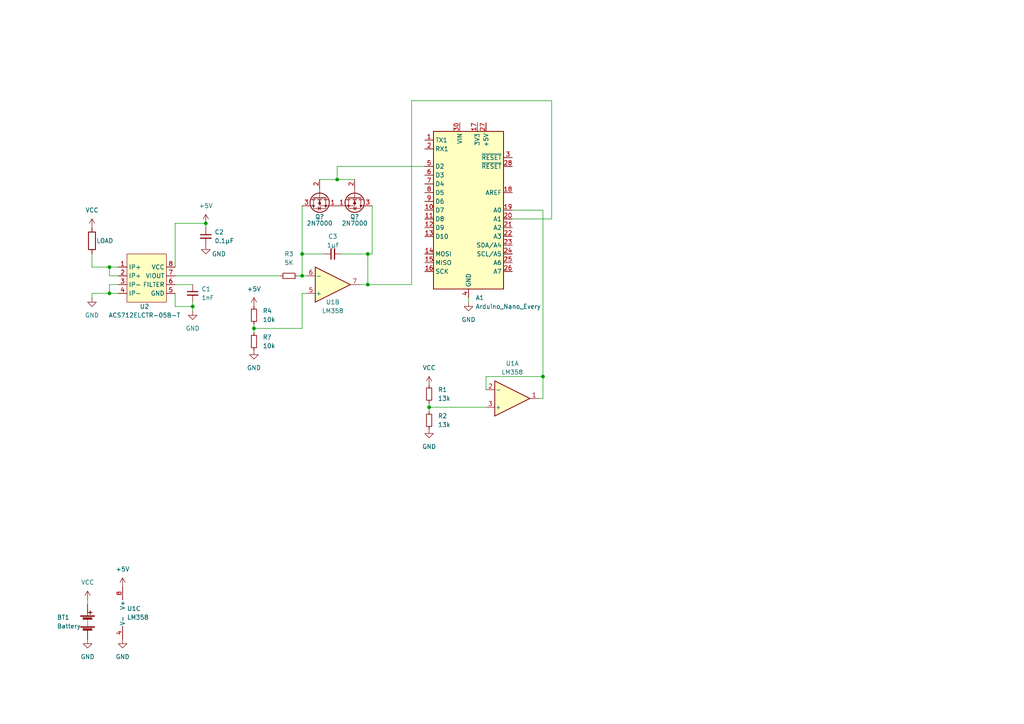
<source format=kicad_sch>
(kicad_sch (version 20211123) (generator eeschema)
  (paper "A4")
  (lib_symbols
    (symbol "Amplifier_Operational:LM358" (pin_names (offset 0.127))
      (property "Reference" "U" (at 0 5.08 0))
      (property "Value" "LM358" (at 0 -5.08 0))
      (symbol "LM358_1_1"
        (polyline (pts (xy -5.08 5.08) (xy 5.08 0) (xy -5.08 -5.08) (xy -5.08 5.08)) (stroke (width 0.254)) (fill (type background)))
        (pin output line (at 7.62 0 180) (length 2.54) (name "~") (number "1"))
        (pin input line (at -7.62 -2.54 0) (length 2.54) (name "-") (number "2"))
        (pin input line (at -7.62 2.54 0) (length 2.54) (name "+") (number "3"))
      )
      (symbol "LM358_2_1"
        (polyline (pts (xy -5.08 5.08) (xy 5.08 0) (xy -5.08 -5.08) (xy -5.08 5.08)) (stroke (width 0.254)) (fill (type background)))
        (pin input line (at -7.62 2.54 0) (length 2.54) (name "+") (number "5"))
        (pin input line (at -7.62 -2.54 0) (length 2.54) (name "-") (number "6"))
        (pin output line (at 7.62 0 180) (length 2.54) (name "~") (number "7"))
      )
      (symbol "LM358_3_1"
        (pin power_in line (at -2.54 -7.62 90) (length 3.81) (name "V-") (number "4"))
        (pin power_in line (at -2.54 7.62 270) (length 3.81) (name "V+") (number "8"))
      )
    )
    (symbol "Device:Battery" (pin_numbers hide) (pin_names (offset 0) hide)
      (property "Reference" "BT" (at 2.54 2.54 0))
      (property "Value" "Battery" (at 2.54 0 0))
      (symbol "Battery_0_1"
        (rectangle (start -2.032 -1.397) (end 2.032 -1.651) (fill (type outline)))
        (rectangle (start -2.032 1.778) (end 2.032 1.524) (fill (type outline)))
        (rectangle (start -1.3208 -1.9812) (end 1.27 -2.4892) (fill (type outline)))
        (rectangle (start -1.3208 1.1938) (end 1.27 0.6858) (fill (type outline)))
        (polyline (pts (xy 0 -1.524) (xy 0 -1.27)))
        (polyline (pts (xy 0 -1.016) (xy 0 -0.762)))
        (polyline (pts (xy 0 -0.508) (xy 0 -0.254)))
        (polyline (pts (xy 0 0) (xy 0 0.254)))
        (polyline (pts (xy 0 0.508) (xy 0 0.762)))
        (polyline (pts (xy 0 1.778) (xy 0 2.54)))
        (polyline (pts (xy 0.254 2.667) (xy 1.27 2.667)) (stroke (width 0.254)))
        (polyline (pts (xy 0.762 3.175) (xy 0.762 2.159)) (stroke (width 0.254)))
      )
      (symbol "Battery_1_1"
        (pin passive line (at 0 5.08 270) (length 2.54) (name "+") (number "1"))
        (pin passive line (at 0 -5.08 90) (length 2.54) (name "-") (number "2"))
      )
    )
    (symbol "Device:C_Small" (pin_numbers hide) (pin_names (offset 0.254) hide)
      (property "Reference" "C" (at 0.254 1.778 0))
      (property "Value" "C_Small" (at 0.254 -2.032 0))
      (symbol "C_Small_0_1"
        (polyline (pts (xy -1.524 -0.508) (xy 1.524 -0.508)) (stroke (width 0.3302)))
        (polyline (pts (xy -1.524 0.508) (xy 1.524 0.508)) (stroke (width 0.3048)))
      )
      (symbol "C_Small_1_1"
        (pin passive line (at 0 2.54 270) (length 2.032) (name "~") (number "1"))
        (pin passive line (at 0 -2.54 90) (length 2.032) (name "~") (number "2"))
      )
    )
    (symbol "Device:R" (pin_numbers hide) (pin_names (offset 0))
      (property "Reference" "R" (at 2.032 0 90))
      (property "Value" "R" (at 0 0 90))
      (symbol "R_0_1"
        (rectangle (start -1.016 -2.54) (end 1.016 2.54) (stroke (width 0.254)))
      )
      (symbol "R_1_1"
        (pin passive line (at 0 3.81 270) (length 1.27) (name "~") (number "1"))
        (pin passive line (at 0 -3.81 90) (length 1.27) (name "~") (number "2"))
      )
    )
    (symbol "Device:R_Small" (pin_numbers hide) (pin_names (offset 0.254) hide)
      (property "Reference" "R" (at 0.762 0.508 0))
      (property "Value" "R_Small" (at 0.762 -1.016 0))
      (symbol "R_Small_0_1"
        (rectangle (start -0.762 1.778) (end 0.762 -1.778) (stroke (width 0.2032)))
      )
      (symbol "R_Small_1_1"
        (pin passive line (at 0 2.54 270) (length 0.762) (name "~") (number "1"))
        (pin passive line (at 0 -2.54 90) (length 0.762) (name "~") (number "2"))
      )
    )
    (symbol "MCU_Module:Arduino_Nano_Every"
      (property "Reference" "A" (at -10.16 23.495 0))
      (property "Value" "Arduino_Nano_Every" (at 5.08 -24.13 0))
      (symbol "Arduino_Nano_Every_0_1"
        (rectangle (start -10.16 22.86) (end 10.16 -22.86) (stroke (width 0.254)) (fill (type background)))
      )
      (symbol "Arduino_Nano_Every_1_1"
        (pin bidirectional line (at -12.7 20.32 0) (length 2.54) (name "TX1") (number "1"))
        (pin bidirectional line (at -12.7 0 0) (length 2.54) (name "D7") (number "10"))
        (pin bidirectional line (at -12.7 -2.54 0) (length 2.54) (name "D8") (number "11"))
        (pin bidirectional line (at -12.7 -5.08 0) (length 2.54) (name "D9") (number "12"))
        (pin bidirectional line (at -12.7 -7.62 0) (length 2.54) (name "D10") (number "13"))
        (pin bidirectional line (at -12.7 -12.7 0) (length 2.54) (name "MOSI") (number "14"))
        (pin bidirectional line (at -12.7 -15.24 0) (length 2.54) (name "MISO") (number "15"))
        (pin bidirectional line (at -12.7 -17.78 0) (length 2.54) (name "SCK") (number "16"))
        (pin power_out line (at 2.54 25.4 270) (length 2.54) (name "3V3") (number "17"))
        (pin input line (at 12.7 5.08 180) (length 2.54) (name "AREF") (number "18"))
        (pin bidirectional line (at 12.7 0 180) (length 2.54) (name "A0") (number "19"))
        (pin bidirectional line (at -12.7 17.78 0) (length 2.54) (name "RX1") (number "2"))
        (pin bidirectional line (at 12.7 -2.54 180) (length 2.54) (name "A1") (number "20"))
        (pin bidirectional line (at 12.7 -5.08 180) (length 2.54) (name "A2") (number "21"))
        (pin bidirectional line (at 12.7 -7.62 180) (length 2.54) (name "A3") (number "22"))
        (pin bidirectional line (at 12.7 -10.16 180) (length 2.54) (name "SDA/A4") (number "23"))
        (pin bidirectional line (at 12.7 -12.7 180) (length 2.54) (name "SCL/A5") (number "24"))
        (pin bidirectional line (at 12.7 -15.24 180) (length 2.54) (name "A6") (number "25"))
        (pin bidirectional line (at 12.7 -17.78 180) (length 2.54) (name "A7") (number "26"))
        (pin power_out line (at 5.08 25.4 270) (length 2.54) (name "+5V") (number "27"))
        (pin input line (at 12.7 12.7 180) (length 2.54) (name "~{RESET}") (number "28"))
        (pin passive line (at 0 -25.4 90) (length 2.54) hide (name "GND") (number "29"))
        (pin input line (at 12.7 15.24 180) (length 2.54) (name "~{RESET}") (number "3"))
        (pin power_in line (at -2.54 25.4 270) (length 2.54) (name "VIN") (number "30"))
        (pin power_in line (at 0 -25.4 90) (length 2.54) (name "GND") (number "4"))
        (pin bidirectional line (at -12.7 12.7 0) (length 2.54) (name "D2") (number "5"))
        (pin bidirectional line (at -12.7 10.16 0) (length 2.54) (name "D3") (number "6"))
        (pin bidirectional line (at -12.7 7.62 0) (length 2.54) (name "D4") (number "7"))
        (pin bidirectional line (at -12.7 5.08 0) (length 2.54) (name "D5") (number "8"))
        (pin bidirectional line (at -12.7 2.54 0) (length 2.54) (name "D6") (number "9"))
      )
    )
    (symbol "Transistor_FET:2N7000" (pin_names hide)
      (property "Reference" "Q" (at 5.08 1.905 0))
      (property "Value" "2N7000" (at 5.08 0 0))
      (symbol "2N7000_0_1"
        (polyline (pts (xy 0.254 0) (xy -2.54 0)))
        (polyline (pts (xy 0.254 1.905) (xy 0.254 -1.905)) (stroke (width 0.254)))
        (polyline (pts (xy 0.762 -1.27) (xy 0.762 -2.286)) (stroke (width 0.254)))
        (polyline (pts (xy 0.762 0.508) (xy 0.762 -0.508)) (stroke (width 0.254)))
        (polyline (pts (xy 0.762 2.286) (xy 0.762 1.27)) (stroke (width 0.254)))
        (polyline (pts (xy 2.54 2.54) (xy 2.54 1.778)))
        (polyline (pts (xy 2.54 -2.54) (xy 2.54 0) (xy 0.762 0)))
        (polyline (pts (xy 0.762 -1.778) (xy 3.302 -1.778) (xy 3.302 1.778) (xy 0.762 1.778)))
        (polyline (pts (xy 1.016 0) (xy 2.032 0.381) (xy 2.032 -0.381) (xy 1.016 0)) (fill (type outline)))
        (polyline (pts (xy 2.794 0.508) (xy 2.921 0.381) (xy 3.683 0.381) (xy 3.81 0.254)))
        (polyline (pts (xy 3.302 0.381) (xy 2.921 -0.254) (xy 3.683 -0.254) (xy 3.302 0.381)))
        (circle (center 1.651 0) (radius 2.794) (stroke (width 0.254)))
        (circle (center 2.54 -1.778) (radius 0.254) (fill (type outline)))
        (circle (center 2.54 1.778) (radius 0.254) (fill (type outline)))
      )
      (symbol "2N7000_1_1"
        (pin passive line (at 2.54 -5.08 90) (length 2.54) (name "S") (number "1"))
        (pin input line (at -5.08 0 0) (length 2.54) (name "G") (number "2"))
        (pin passive line (at 2.54 5.08 270) (length 2.54) (name "D") (number "3"))
      )
    )
    (symbol "custom-library:ACS712ELCTR-05B-T"
      (property "Reference" "U" (at 15.24 -13.97 0))
      (property "Value" "ACS712ELCTR-05B-T" (at 2.54 -12.7 0))
      (symbol "ACS712ELCTR-05B-T_0_1"
        (rectangle (start -5.08 7.62) (end 6.35 -6.35) (fill (type background)))
      )
      (symbol "ACS712ELCTR-05B-T_1_1"
        (pin input line (at -7.62 3.81 0) (length 2.54) (name "IP+") (number "1"))
        (pin input line (at -7.62 1.27 0) (length 2.54) (name "IP+") (number "2"))
        (pin input line (at -7.62 -1.27 0) (length 2.54) (name "IP-") (number "3"))
        (pin input line (at -7.62 -3.81 0) (length 2.54) (name "IP-") (number "4"))
        (pin input line (at 8.89 -3.81 180) (length 2.54) (name "GND") (number "5"))
        (pin input line (at 8.89 -1.27 180) (length 2.54) (name "FILTER") (number "6"))
        (pin output line (at 8.89 1.27 180) (length 2.54) (name "VIOUT") (number "7"))
        (pin input line (at 8.89 3.81 180) (length 2.54) (name "VCC") (number "8"))
      )
    )
    (symbol "power:+5V" (power) (pin_names (offset 0))
      (property "Value" "+5V" (at 0 3.556 0))
      (symbol "+5V_0_1"
        (polyline (pts (xy -0.762 1.27) (xy 0 2.54)))
        (polyline (pts (xy 0 0) (xy 0 2.54)))
        (polyline (pts (xy 0 2.54) (xy 0.762 1.27)))
      )
      (symbol "+5V_1_1"
        (pin power_in line (at 0 0 90) (length 0) hide (name "+5V") (number "1"))
      )
    )
    (symbol "power:GND" (power) (pin_names (offset 0))
      (property "Value" "GND" (at 0 -3.81 0))
      (symbol "GND_0_1"
        (polyline (pts (xy 0 0) (xy 0 -1.27) (xy 1.27 -1.27) (xy 0 -2.54) (xy -1.27 -1.27) (xy 0 -1.27)))
      )
      (symbol "GND_1_1"
        (pin power_in line (at 0 0 270) (length 0) hide (name "GND") (number "1"))
      )
    )
    (symbol "power:VCC" (power) (pin_names (offset 0))
      (property "Value" "VCC" (at 0 3.81 0))
      (symbol "VCC_0_1"
        (polyline (pts (xy -0.762 1.27) (xy 0 2.54)))
        (polyline (pts (xy 0 0) (xy 0 2.54)))
        (polyline (pts (xy 0 2.54) (xy 0.762 1.27)))
      )
      (symbol "VCC_1_1"
        (pin power_in line (at 0 0 90) (length 0) hide (name "VCC") (number "1"))
      )
    )
  )
  (junction (at 106.68 73.66))
  (junction (at 106.68 82.55))
  (junction (at 59.69 64.77))
  (junction (at 87.63 73.66))
  (junction (at 31.75 85.09))
  (junction (at 157.48 109.22))
  (junction (at 73.66 95.25))
  (junction (at 31.75 77.47))
  (junction (at 87.63 80.01))
  (junction (at 55.88 88.9))
  (junction (at 97.79 52.07))
  (junction (at 124.46 118.11))
  (wire (pts (xy 124.46 118.11) (xy 140.97 118.11)))
  (wire (pts (xy 26.67 77.47) (xy 31.75 77.47)))
  (wire (pts (xy 50.8 64.77) (xy 59.69 64.77)))
  (wire (pts (xy 140.97 113.03) (xy 140.97 109.22)))
  (wire (pts (xy 99.06 73.66) (xy 106.68 73.66)))
  (wire (pts (xy 135.89 86.36) (xy 135.89 87.63)))
  (wire (pts (xy 31.75 77.47) (xy 34.29 77.47)))
  (wire (pts (xy 160.02 63.5) (xy 160.02 29.21)))
  (wire (pts (xy 59.69 64.77) (xy 59.69 66.04)))
  (wire (pts (xy 86.36 80.01) (xy 87.63 80.01)))
  (wire (pts (xy 55.88 88.9) (xy 55.88 90.17)))
  (wire (pts (xy 107.95 59.69) (xy 107.95 73.66)))
  (wire (pts (xy 25.4 173.99) (xy 25.4 175.26)))
  (wire (pts (xy 106.68 82.55) (xy 119.38 82.55)))
  (wire (pts (xy 157.48 109.22) (xy 157.48 115.57)))
  (wire (pts (xy 55.88 87.63) (xy 55.88 88.9)))
  (wire (pts (xy 34.29 82.55) (xy 31.75 82.55)))
  (wire (pts (xy 124.46 118.11) (xy 124.46 119.38)))
  (wire (pts (xy 107.95 73.66) (xy 106.68 73.66)))
  (wire (pts (xy 50.8 80.01) (xy 81.28 80.01)))
  (wire (pts (xy 140.97 109.22) (xy 157.48 109.22)))
  (wire (pts (xy 119.38 29.21) (xy 119.38 82.55)))
  (wire (pts (xy 50.8 82.55) (xy 55.88 82.55)))
  (wire (pts (xy 92.71 52.07) (xy 97.79 52.07)))
  (wire (pts (xy 124.46 116.84) (xy 124.46 118.11)))
  (wire (pts (xy 97.79 52.07) (xy 102.87 52.07)))
  (wire (pts (xy 31.75 85.09) (xy 26.67 85.09)))
  (wire (pts (xy 50.8 64.77) (xy 50.8 77.47)))
  (wire (pts (xy 104.14 82.55) (xy 106.68 82.55)))
  (wire (pts (xy 87.63 73.66) (xy 93.98 73.66)))
  (wire (pts (xy 157.48 115.57) (xy 156.21 115.57)))
  (wire (pts (xy 157.48 60.96) (xy 157.48 109.22)))
  (wire (pts (xy 148.59 63.5) (xy 160.02 63.5)))
  (wire (pts (xy 31.75 77.47) (xy 31.75 80.01)))
  (wire (pts (xy 87.63 85.09) (xy 87.63 95.25)))
  (wire (pts (xy 26.67 77.47) (xy 26.67 73.66)))
  (wire (pts (xy 87.63 80.01) (xy 88.9 80.01)))
  (wire (pts (xy 87.63 73.66) (xy 87.63 80.01)))
  (wire (pts (xy 50.8 85.09) (xy 50.8 88.9)))
  (wire (pts (xy 88.9 85.09) (xy 87.63 85.09)))
  (wire (pts (xy 106.68 73.66) (xy 106.68 82.55)))
  (wire (pts (xy 34.29 80.01) (xy 31.75 80.01)))
  (wire (pts (xy 97.79 48.26) (xy 97.79 52.07)))
  (wire (pts (xy 50.8 88.9) (xy 55.88 88.9)))
  (wire (pts (xy 87.63 59.69) (xy 87.63 73.66)))
  (wire (pts (xy 31.75 82.55) (xy 31.75 85.09)))
  (wire (pts (xy 73.66 95.25) (xy 73.66 93.98)))
  (wire (pts (xy 73.66 96.52) (xy 73.66 95.25)))
  (wire (pts (xy 123.19 48.26) (xy 97.79 48.26)))
  (wire (pts (xy 26.67 85.09) (xy 26.67 86.36)))
  (wire (pts (xy 148.59 60.96) (xy 157.48 60.96)))
  (wire (pts (xy 34.29 85.09) (xy 31.75 85.09)))
  (wire (pts (xy 160.02 29.21) (xy 119.38 29.21)))
  (wire (pts (xy 87.63 95.25) (xy 73.66 95.25)))
  (symbol (lib_id "custom-library:ACS712ELCTR-05B-T") (at 41.91 81.28 0) (unit 1)
    (property "Reference" "U2" (at 41.91 88.9 0))
    (property "Value" "ACS712ELCTR-05B-T" (at 41.91 91.44 0))
  )
  (symbol (lib_id "power:GND") (at 25.4 185.42 0) (unit 1)
    (property "Reference" "#PWR?" (effects hide))
    (property "Value" "GND" (at 25.4 190.5 0))
  )
  (symbol (lib_id "Device:C_Small") (at 59.69 68.58 0) (unit 1)
    (property "Reference" "C2" (at 62.23 67.3162 0) (effects (justify left)))
    (property "Value" "0.1µF" (at 62.23 69.8562 0) (effects (justify left)))
  )
  (symbol (lib_id "power:GND") (at 73.66 101.6 0) (unit 1)
    (property "Reference" "#PWR?" (effects hide))
    (property "Value" "GND" (at 73.66 106.68 0))
  )
  (symbol (lib_id "power:+5V") (at 35.56 170.18 0) (unit 1)
    (property "Reference" "#PWR?" (effects hide))
    (property "Value" "+5V" (at 35.56 165.1 0))
  )
  (symbol (lib_id "Device:R_Small") (at 73.66 91.44 0) (unit 1)
    (property "Reference" "R4" (at 76.2 90.1699 0) (effects (justify left)))
    (property "Value" "10k" (at 76.2 92.7099 0) (effects (justify left)))
  )
  (symbol (lib_id "Device:C_Small") (at 55.88 85.09 0) (unit 1)
    (property "Reference" "C1" (at 58.42 83.8262 0) (effects (justify left)))
    (property "Value" "1nF" (at 58.42 86.3662 0) (effects (justify left)))
  )
  (symbol (lib_id "Device:R_Small") (at 124.46 114.3 0) (unit 1)
    (property "Reference" "R1" (at 127 113.0299 0) (effects (justify left)))
    (property "Value" "13k" (at 127 115.5699 0) (effects (justify left)))
  )
  (symbol (lib_id "Amplifier_Operational:LM358") (at 38.1 177.8 0) (unit 3)
    (property "Reference" "U1" (at 36.83 176.5299 0) (effects (justify left)))
    (property "Value" "LM358" (at 36.83 179.0699 0) (effects (justify left)))
    (property "Datasheet" "http://www.ti.com/lit/ds/symlink/lm2904-n.pdf" (effects hide))
  )
  (symbol (lib_id "power:GND") (at 59.69 71.12 0) (unit 1)
    (property "Reference" "#PWR?" (effects hide))
    (property "Value" "GND" (at 63.5 73.66 0))
  )
  (symbol (lib_id "power:GND") (at 124.46 124.46 0) (unit 1)
    (property "Reference" "#PWR?" (effects hide))
    (property "Value" "GND" (at 124.46 129.54 0))
  )
  (symbol (lib_id "power:VCC") (at 25.4 173.99 0) (unit 1)
    (property "Reference" "#PWR?" (effects hide))
    (property "Value" "VCC" (at 25.4 168.91 0))
  )
  (symbol (lib_id "Device:Battery") (at 25.4 180.34 0) (unit 1)
    (property "Reference" "BT1" (at 16.51 179.07 0) (effects (justify left)))
    (property "Value" "Battery" (at 16.51 181.61 0) (effects (justify left)))
  )
  (symbol (lib_id "power:GND") (at 26.67 86.36 0) (unit 1)
    (property "Reference" "#PWR?" (effects hide))
    (property "Value" "GND" (at 26.67 91.44 0))
  )
  (symbol (lib_id "Device:R_Small") (at 124.46 121.92 0) (unit 1)
    (property "Reference" "R2" (at 127 120.6499 0) (effects (justify left)))
    (property "Value" "13k" (at 127 123.1899 0) (effects (justify left)))
  )
  (symbol (lib_id "Transistor_FET:2N7000") (at 92.71 57.15 90) (mirror x) (unit 1)
    (property "Reference" "Q?" (at 92.6965 62.9024 90))
    (property "Value" "2N7000" (at 92.71 64.77 90))
    (property "Footprint" "Package_TO_SOT_THT:TO-92_Inline" (effects hide))
    (property "Datasheet" "https://www.vishay.com/docs/70226/70226.pdf" (effects hide))
  )
  (symbol (lib_id "Amplifier_Operational:LM358") (at 96.52 82.55 0) (mirror x) (unit 2)
    (property "Reference" "U1" (at 96.52 87.63 0))
    (property "Value" "LM358" (at 96.52 90.17 0))
    (property "Datasheet" "http://www.ti.com/lit/ds/symlink/lm2904-n.pdf" (effects hide))
  )
  (symbol (lib_id "power:+5V") (at 59.69 64.77 0) (unit 1)
    (property "Reference" "#PWR?" (effects hide))
    (property "Value" "+5V" (at 59.69 59.69 0))
  )
  (symbol (lib_id "power:GND") (at 135.89 87.63 0) (unit 1)
    (property "Reference" "#PWR?" (effects hide))
    (property "Value" "GND" (at 135.89 92.71 0))
  )
  (symbol (lib_id "Device:R_Small") (at 73.66 99.06 0) (unit 1)
    (property "Reference" "R?" (at 76.2 97.7899 0) (effects (justify left)))
    (property "Value" "10k" (at 76.2 100.3299 0) (effects (justify left)))
  )
  (symbol (lib_id "power:VCC") (at 124.46 111.76 0) (unit 1)
    (property "Reference" "#PWR?" (effects hide))
    (property "Value" "VCC" (at 124.46 106.68 0))
  )
  (symbol (lib_id "power:VCC") (at 26.67 66.04 0) (unit 1)
    (property "Reference" "#PWR?" (effects hide))
    (property "Value" "VCC" (at 26.67 60.96 0))
  )
  (symbol (lib_id "Device:C_Small") (at 96.52 73.66 90) (unit 1)
    (property "Reference" "C3" (at 96.52 68.58 90))
    (property "Value" "1µf" (at 96.52 71.12 90))
  )
  (symbol (lib_id "power:GND") (at 35.56 185.42 0) (unit 1)
    (property "Reference" "#PWR?" (effects hide))
    (property "Value" "GND" (at 35.56 190.5 0))
  )
  (symbol (lib_id "power:GND") (at 55.88 90.17 0) (unit 1)
    (property "Reference" "#PWR?" (effects hide))
    (property "Value" "GND" (at 55.88 95.25 0))
  )
  (symbol (lib_id "Device:R") (at 26.67 69.85 0) (unit 1)
    (property "Reference" "LOAD" (at 27.94 69.85 0) (effects (justify left)))
    (property "Value" " " (at 29.21 71.1199 0) (effects (justify left)))
  )
  (symbol (lib_id "Device:R_Small") (at 83.82 80.01 90) (unit 1)
    (property "Reference" "R3" (at 83.82 73.66 90))
    (property "Value" "5K" (at 83.82 76.2 90))
  )
  (symbol (lib_id "MCU_Module:Arduino_Nano_Every") (at 135.89 60.96 0) (unit 1)
    (property "Reference" "A1" (at 137.9094 86.36 0) (effects (justify left)))
    (property "Value" "Arduino_Nano_Every" (at 137.9094 88.9 0) (effects (justify left)))
    (property "Footprint" "Module:Arduino_Nano" (effects hide))
    (property "Datasheet" "https://content.arduino.cc/assets/NANOEveryV3.0_sch.pdf" (effects hide))
  )
  (symbol (lib_id "Amplifier_Operational:LM358") (at 148.59 115.57 0) (mirror x) (unit 1)
    (property "Reference" "U1" (at 148.59 105.41 0))
    (property "Value" "LM358" (at 148.59 107.95 0))
    (property "Datasheet" "http://www.ti.com/lit/ds/symlink/lm2904-n.pdf" (effects hide))
  )
  (symbol (lib_id "power:+5V") (at 73.66 88.9 0) (unit 1)
    (property "Reference" "#PWR?" (effects hide))
    (property "Value" "+5V" (at 73.66 83.82 0))
  )
  (symbol (lib_id "Transistor_FET:2N7000") (at 102.87 57.15 270) (unit 1)
    (property "Reference" "Q?" (at 102.8565 62.9024 90))
    (property "Value" "2N7000" (at 102.87 64.77 90))
    (property "Footprint" "Package_TO_SOT_THT:TO-92_Inline" (effects hide))
    (property "Datasheet" "https://www.vishay.com/docs/70226/70226.pdf" (effects hide))
  )
)
</source>
